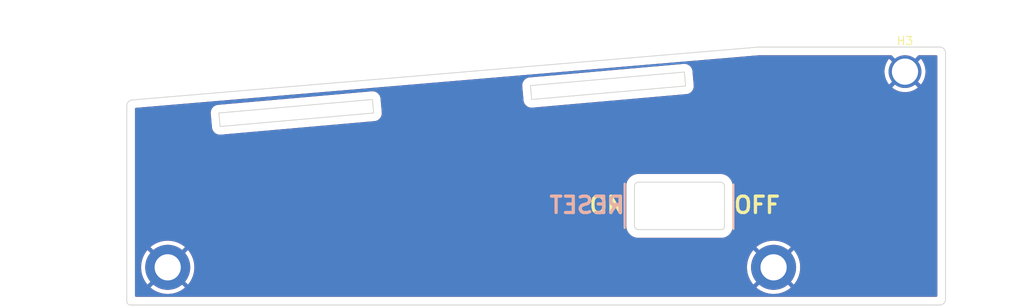
<source format=kicad_pcb>
(kicad_pcb (version 20221018) (generator pcbnew)
  (layers (0 "F.Cu" signal) (31 "B.Cu" signal) (34 "B.Paste" user) (35 "F.Paste" user) (36 "B.SilkS" user "B.Silkscreen") (37 "F.SilkS" user "F.Silkscreen") (38 "B.Mask" user) (39 "F.Mask" user) (44 "Edge.Cuts" user))
  (net 0 "")
  (net 1 "GND")
  (footprint "MountingHole:MountingHole_3.2mm_M3_ISO14580_Pad" (layer "F.Cu") (at 82 73.9)
    (fp_text reference "H1" hide)
    (fp_text value "MountingHole_Pad")
    (pad "1" thru_hole circle (at 0 0) (size 5.5 5.5) (drill 3.2) (layers "*.Cu" "*.Mask") (net 1 "GND"))
  )
  (footprint "MountingHole:MountingHole_3.2mm_M3_ISO14580_Pad" (layer "F.Cu") (at 172.05 50)
    (fp_text reference "H3" (at 0 -3.75) (layer "F.SilkS"))
    (fp_text value "MountingHole_Pad")
    (pad "1" thru_hole circle (at 0 0) (size 4 4) (drill 3.2) (layers "*.Cu" "*.Mask") (net 1 "GND"))
  )
  (footprint "MountingHole:MountingHole_3.2mm_M3_ISO14580_Pad" (layer "F.Cu") (at 156 73.9)
    (fp_text reference "H2" hide)
    (fp_text value "MountingHole_Pad")
    (pad "1" thru_hole circle (at 0 0) (size 5.5 5.5) (drill 3.2) (layers "*.Cu" "*.Mask") (net 1 "GND"))
  )
  (gr_line (start 137.8 63.7) (end 137.8 69.1) (stroke (width 0.25)) (layer "B.SilkS"))
  (gr_line (start 151.1 63.8) (end 151.1 69.2) (stroke (width 0.25)) (layer "B.SilkS"))
  (gr_line (start 137.8 68.9) (end 137.8 63.7) (stroke (width 0.25)) (layer "F.SilkS"))
  (gr_line (start 151.1 69.2) (end 151.1 63.8) (stroke (width 0.25)) (layer "F.SilkS"))
  (gr_arc (start 77.45 78.5) (mid 77.131802 78.368198) (end 77 78.05) (stroke (width 0.1)) (layer "Edge.Cuts"))
  (gr_line (start 77.45 78.5) (end 176.3 78.5) (stroke (width 0.1)) (layer "Edge.Cuts"))
  (gr_arc (start 139 64) (mid 139.146447 63.646447) (end 139.5 63.5) (stroke (width 0.1)) (layer "Edge.Cuts"))
  (gr_arc (start 176.3 47) (mid 176.794975 47.205025) (end 177 47.7) (stroke (width 0.1)) (layer "Edge.Cuts"))
  (gr_line (start 77 78.05) (end 77 54.15) (stroke (width 0.1)) (layer "Edge.Cuts"))
  (gr_arc (start 177 77.8) (mid 176.794975 78.294975) (end 176.3 78.5) (stroke (width 0.1)) (layer "Edge.Cuts"))
  (gr_line (start 177 77.8) (end 177 47.7) (stroke (width 0.1)) (layer "Edge.Cuts"))
  (gr_arc (start 149.5 63.5) (mid 149.853553 63.646447) (end 150 64) (stroke (width 0.1)) (layer "Edge.Cuts"))
  (gr_line (start 176.3 47) (end 154.15 47) (stroke (width 0.1)) (layer "Edge.Cuts"))
  (gr_line (start 149.6 69.3) (end 139.5 69.3) (stroke (width 0.1)) (layer "Edge.Cuts"))
  (gr_arc (start 150 68.9) (mid 149.882843 69.182843) (end 149.6 69.3) (stroke (width 0.1)) (layer "Edge.Cuts"))
  (gr_line (start 139.5 63.5) (end 149.5 63.5) (stroke (width 0.1)) (layer "Edge.Cuts"))
  (gr_line (start 139 68.8) (end 139 64) (stroke (width 0.1)) (layer "Edge.Cuts"))
  (gr_arc (start 77 54.15) (mid 77.233857 53.652462) (end 77.744975 53.45) (stroke (width 0.1)) (layer "Edge.Cuts"))
  (gr_line (start 150 64) (end 150 68.9) (stroke (width 0.1)) (layer "Edge.Cuts"))
  (gr_poly (pts (xy 126.3 51.7) (xy 145.1 50.05) (xy 145.25 51.75) (xy 126.45 53.4)) (stroke (width 0.1)) (fill none) (layer "Edge.Cuts"))
  (gr_line (start 77.744975 53.45) (end 154.15 47) (stroke (width 0.1)) (layer "Edge.Cuts"))
  (gr_poly (pts (xy 88.25 55.05) (xy 107 53.4) (xy 107.15 55.05) (xy 88.4 56.7)) (stroke (width 0.1)) (fill none) (layer "Edge.Cuts"))
  (gr_arc (start 139.5 69.3) (mid 139.146447 69.153553) (end 139 68.8) (stroke (width 0.1)) (layer "Edge.Cuts"))
  (gr_text "RESET" (at 133.2 66.3) (layer "B.SilkS") (effects (font (size 2 2) (thickness 0.4) bold) (justify mirror)))
  (gr_text "ON" (at 133.3 66.3) (layer "F.SilkS") (effects (font (size 2 2) (thickness 0.4) bold) (justify left)))
  (gr_text "OFF" (at 157 66.3) (layer "F.SilkS") (effects (font (size 2 2) (thickness 0.4) bold) (justify right)))
  (zone (net 1) (net_name "GND") (layers "F&B.Cu") (connect_pads (clearance 0.5)) (min_thickness 0.25) (fill yes (thermal_gap 0.5) (thermal_bridge_width 0.5) (island_removal_mode 1) (island_area_min 10))
    (polygon (pts (xy 177 78.65) (xy 177.1 41.65) (xy 76.85 41.25) (xy 77.1 78.55)))
  )
)
</source>
